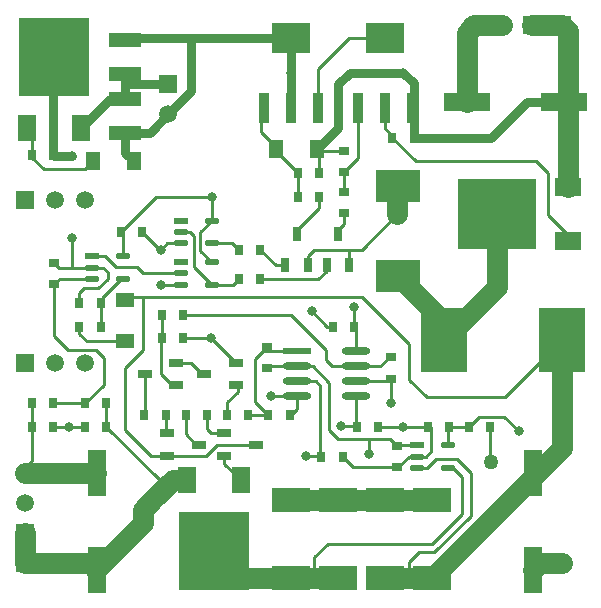
<source format=gtl>
%FSTAX24Y24*%
%MOIN*%
G70*
G01*
G75*
G04 Layer_Physical_Order=1*
G04 Layer_Color=255*
%ADD10R,0.0472X0.0256*%
%ADD11R,0.1575X0.0591*%
%ADD12R,0.0591X0.1575*%
%ADD13R,0.0315X0.0374*%
%ADD14R,0.0374X0.0315*%
%ADD15R,0.1063X0.0512*%
%ADD16R,0.1500X0.1100*%
%ADD17R,0.1575X0.2165*%
%ADD18R,0.0374X0.1004*%
%ADD19R,0.1299X0.1004*%
%ADD20R,0.2362X0.2598*%
%ADD21R,0.0591X0.0866*%
%ADD22R,0.1301X0.0801*%
%ADD23R,0.0866X0.0591*%
%ADD24R,0.2598X0.2362*%
%ADD25R,0.0256X0.0472*%
%ADD26O,0.0472X0.0217*%
%ADD27R,0.0472X0.0217*%
G04:AMPARAMS|DCode=28|XSize=21.7mil|YSize=47.2mil|CornerRadius=0mil|HoleSize=0mil|Usage=FLASHONLY|Rotation=90.000|XOffset=0mil|YOffset=0mil|HoleType=Round|Shape=Octagon|*
%AMOCTAGOND28*
4,1,8,-0.0236,-0.0054,-0.0236,0.0054,-0.0182,0.0108,0.0182,0.0108,0.0236,0.0054,0.0236,-0.0054,0.0182,-0.0108,-0.0182,-0.0108,-0.0236,-0.0054,0.0*
%
%ADD28OCTAGOND28*%

%ADD29O,0.0945X0.0236*%
%ADD30R,0.0945X0.0236*%
%ADD31R,0.0492X0.0630*%
%ADD32R,0.0630X0.0492*%
%ADD33C,0.0100*%
%ADD34C,0.0709*%
%ADD35C,0.0300*%
%ADD36R,0.0591X0.0591*%
%ADD37C,0.0591*%
%ADD38R,0.0591X0.0591*%
%ADD39C,0.0320*%
%ADD40C,0.0500*%
D10*
X030432Y02343D02*
D03*
X029388Y023804D02*
D03*
Y023056D02*
D03*
X028532Y02343D02*
D03*
X027488Y023804D02*
D03*
Y023056D02*
D03*
X026746Y025787D02*
D03*
X027791Y025413D02*
D03*
Y026161D02*
D03*
X028714Y025787D02*
D03*
X029759Y025413D02*
D03*
Y026161D02*
D03*
D11*
X040693Y034843D02*
D03*
X037465D02*
D03*
D12*
X03967Y02248D02*
D03*
Y019252D02*
D03*
X025143D02*
D03*
Y02248D02*
D03*
D13*
X036874Y024016D02*
D03*
X036166D02*
D03*
X038252D02*
D03*
X037544D02*
D03*
X02593Y030512D02*
D03*
X026638D02*
D03*
X033725Y027362D02*
D03*
X033016D02*
D03*
X032622Y023031D02*
D03*
X033331D02*
D03*
X033804Y024016D02*
D03*
X034512D02*
D03*
X034985Y033661D02*
D03*
X035693D02*
D03*
X025457Y024016D02*
D03*
X024748D02*
D03*
X023685D02*
D03*
X022977D02*
D03*
X028095Y024409D02*
D03*
X028804D02*
D03*
X024552Y027362D02*
D03*
X02526D02*
D03*
X031835Y031693D02*
D03*
X032544D02*
D03*
X026717Y024409D02*
D03*
X027426D02*
D03*
X02526Y02815D02*
D03*
X024552D02*
D03*
X030575Y028937D02*
D03*
X029867D02*
D03*
X030575Y029921D02*
D03*
X029867D02*
D03*
X028016Y027756D02*
D03*
X027307D02*
D03*
X027307Y026969D02*
D03*
X028016D02*
D03*
X029473Y024409D02*
D03*
X030182D02*
D03*
X030851D02*
D03*
X031559D02*
D03*
X023685Y033071D02*
D03*
X022977D02*
D03*
X031835Y03248D02*
D03*
X032544D02*
D03*
X023685Y024803D02*
D03*
X022977D02*
D03*
X025457D02*
D03*
X024748D02*
D03*
D14*
X023725Y02878D02*
D03*
Y029488D02*
D03*
X03082Y025976D02*
D03*
Y026684D02*
D03*
X034945Y02563D02*
D03*
Y026339D02*
D03*
X03337Y03252D02*
D03*
Y033228D02*
D03*
Y03185D02*
D03*
Y031142D02*
D03*
X035142Y023386D02*
D03*
Y022677D02*
D03*
D15*
X026087Y033821D02*
D03*
Y034963D02*
D03*
Y036931D02*
D03*
Y035789D02*
D03*
D16*
X035172Y032052D02*
D03*
Y029052D02*
D03*
D17*
X040654Y026911D02*
D03*
X036717D02*
D03*
D18*
X033843Y034656D02*
D03*
X034748D02*
D03*
X035654D02*
D03*
X030693D02*
D03*
X031599D02*
D03*
X032504D02*
D03*
D19*
X034748Y036998D02*
D03*
X031599D02*
D03*
D20*
X02904Y019882D02*
D03*
X023725Y03636D02*
D03*
D21*
X02814Y022244D02*
D03*
X02994D02*
D03*
X024625Y033998D02*
D03*
X022825D02*
D03*
D22*
X036323Y018976D02*
D03*
Y021576D02*
D03*
X031599D02*
D03*
Y018976D02*
D03*
X034748D02*
D03*
Y021576D02*
D03*
X033174D02*
D03*
Y018976D02*
D03*
D23*
X040851Y030202D02*
D03*
Y032002D02*
D03*
D24*
X038489Y031102D02*
D03*
D25*
X033174Y030444D02*
D03*
X0328Y029399D02*
D03*
X033548D02*
D03*
X031796Y030444D02*
D03*
X031422Y029399D02*
D03*
X03217D02*
D03*
D26*
X035801Y022657D02*
D03*
Y023031D02*
D03*
X036835Y022657D02*
D03*
Y023406D02*
D03*
X024974Y028957D02*
D03*
Y029331D02*
D03*
X026008Y028957D02*
D03*
Y029705D02*
D03*
D27*
X035801Y023406D02*
D03*
X027927Y030886D02*
D03*
Y029508D02*
D03*
X024974Y029705D02*
D03*
D28*
X028961Y030886D02*
D03*
Y030138D02*
D03*
X027927Y030512D02*
D03*
Y030138D02*
D03*
X028961Y029508D02*
D03*
Y02876D02*
D03*
X027927Y029134D02*
D03*
Y02876D02*
D03*
D29*
X033764Y025037D02*
D03*
Y025537D02*
D03*
Y026037D02*
D03*
Y026537D02*
D03*
X031796Y025037D02*
D03*
Y025537D02*
D03*
Y026037D02*
D03*
D30*
Y026537D02*
D03*
D31*
X031117Y033268D02*
D03*
X032475D02*
D03*
X026372Y032874D02*
D03*
X025014D02*
D03*
D32*
X026087Y02688D02*
D03*
Y028238D02*
D03*
D33*
X034552Y018976D02*
X034748D01*
X026746Y024438D02*
Y025787D01*
X026717Y024409D02*
X026746Y024438D01*
X031796Y025537D02*
X032439D01*
X032583Y025394D01*
X031796Y026037D02*
X032333D01*
X034906Y023622D02*
X035142Y023386D01*
X030825Y026037D02*
X031796D01*
X027268Y026929D02*
X027307Y026969D01*
X028016D02*
X028952D01*
X029759Y026161D01*
X027307Y026969D02*
Y027756D01*
Y026969D02*
X027307Y026969D01*
X033764Y025537D02*
X034853D01*
X034945Y02563D01*
Y024803D02*
Y02563D01*
X027642Y025413D02*
X027791D01*
X027268Y025787D02*
Y026929D01*
Y025787D02*
X027642Y025413D01*
X034748Y033966D02*
Y034656D01*
X032504D02*
Y035945D01*
X033557Y036998D01*
X034748D01*
X032544Y03248D02*
Y033199D01*
X031117Y033199D02*
X031835Y03248D01*
X031117Y033199D02*
Y033268D01*
Y033356D01*
X030615Y033858D02*
X031117Y033356D01*
X030615Y033858D02*
Y034577D01*
X030693Y034656D01*
X033843Y032992D02*
Y034656D01*
X03337Y03252D02*
X033843Y032992D01*
X032475Y033268D02*
X032514Y033228D01*
X032544Y033199D01*
X032514Y033228D02*
X03337D01*
X022977Y033071D02*
Y033846D01*
X022825Y033998D02*
X022977Y033846D01*
X031835Y031693D02*
Y03248D01*
X03337Y03185D02*
Y03252D01*
X031098Y029399D02*
X031422D01*
X030575Y029921D02*
X031098Y029399D01*
X03217D02*
Y029705D01*
X032386Y029921D01*
X033961D01*
X028961Y02876D02*
X029689D01*
X029867Y028937D01*
X028961Y030138D02*
X02965D01*
X029867Y029921D01*
X027485Y030138D02*
X027927D01*
X027268Y029921D02*
X027485Y030138D01*
X028575Y0305D02*
X028961Y030886D01*
X028575Y029894D02*
X028961Y029508D01*
X028575Y029894D02*
Y0305D01*
X028375Y029346D02*
X028961Y02876D01*
X027268Y02874D02*
X027288Y02876D01*
X027927D01*
X038743Y025D02*
X040654Y026911D01*
X036126Y025D02*
X038743D01*
X035536Y025591D02*
X036126Y025D01*
X035536Y025591D02*
Y026772D01*
X025949Y028957D02*
X026008D01*
X0253Y028307D02*
X025949Y028957D01*
X023902Y028957D02*
X024974D01*
X023725Y02878D02*
X023902Y028957D01*
X023725Y029488D02*
X023882Y029331D01*
X024552Y027126D02*
Y027362D01*
Y027126D02*
X024798Y02688D01*
X026087D01*
X02526Y027362D02*
Y02815D01*
Y027362D02*
X02526Y027362D01*
X026008Y029705D02*
Y030433D01*
X02593Y030512D02*
X026008Y030433D01*
X027229Y029921D02*
X027268D01*
X026638Y030512D02*
X027229Y029921D01*
X033725Y027362D02*
X033764Y027323D01*
X035536Y023031D02*
X035801D01*
X035181Y022677D02*
X035536Y023031D01*
X035142Y022677D02*
X035181D01*
X035162Y023406D02*
X035801D01*
X035142Y023386D02*
X035162Y023406D01*
X036835Y023406D02*
Y023898D01*
X022544Y022638D02*
X022561Y02262D01*
X027927Y030512D02*
X028252D01*
X028375Y030389D01*
Y029346D02*
Y030389D01*
X026638Y030512D02*
X026678Y030551D01*
X033764Y026537D02*
Y027323D01*
X036874Y024016D02*
X036953D01*
X037544D01*
X038252Y022874D02*
Y024016D01*
Y022874D02*
X038292Y022835D01*
X025457Y024016D02*
Y024803D01*
X022741Y022638D02*
X022977Y022874D01*
Y024016D01*
Y024803D01*
X023685D02*
X024748D01*
X023882Y029331D02*
X024315D01*
X024974D01*
X024315D02*
Y030315D01*
X033331Y023031D02*
X033685Y022677D01*
X035142D01*
X029759Y025413D02*
X029768D01*
X029759Y026126D02*
Y026161D01*
X026087Y025984D02*
X026678Y026575D01*
X026087Y023907D02*
Y025984D01*
X026678Y026575D02*
Y028346D01*
X029473Y024409D02*
Y024843D01*
X029827Y025197D01*
Y025345D01*
X029759Y025413D02*
X029827Y025345D01*
X030182Y024409D02*
X030851D01*
X031559D02*
X0316D01*
X031796Y024605D02*
Y025037D01*
X0316Y024409D02*
X031796Y024605D01*
X040693Y035573D02*
X040851Y035415D01*
X034985Y033661D02*
X035772Y032874D01*
X035654Y033701D02*
Y034656D01*
Y033701D02*
X035693Y033661D01*
X031402Y021576D02*
X031599D01*
X035801Y023031D02*
X036105D01*
X036284Y02321D01*
X035801Y022657D02*
X036157D01*
X03644Y02294D01*
X036835Y022657D02*
X036993D01*
X03239Y018976D02*
Y01967D01*
X028843Y019825D02*
X029692Y018976D01*
X03555D02*
Y01952D01*
X03588Y01985D01*
X03639D01*
X03239Y01967D02*
X03283Y02011D01*
X0363D01*
X03644Y02294D02*
X03713D01*
X026087Y023907D02*
X026938Y023056D01*
X033961Y029921D02*
X035142Y031102D01*
X033548Y029399D02*
Y02988D01*
X030575Y028937D02*
X032507D01*
X0328Y02923D01*
Y029399D01*
X027791Y026161D02*
X028259D01*
X028633Y025787D01*
X028714D01*
X029145Y02343D02*
X030432D01*
X027488Y023056D02*
X028771D01*
X029145Y02343D01*
X028804Y023956D02*
X028956Y023804D01*
X028804Y023956D02*
Y024409D01*
X028956Y023804D02*
X029388D01*
Y022796D02*
Y023056D01*
Y022796D02*
X02994Y022244D01*
X027426Y023866D02*
X027488Y023804D01*
X027426Y023866D02*
Y024409D01*
X030415Y024846D02*
Y026279D01*
Y024846D02*
X030851Y024409D01*
X030415Y026279D02*
X030673Y026537D01*
X03082Y026684D01*
X030673Y026537D02*
X031796D01*
X030983Y025037D02*
X031796D01*
X03093Y02504D02*
Y02509D01*
X024974Y029331D02*
X025356D01*
X025496Y02919D01*
Y028956D02*
Y02919D01*
X024552Y02815D02*
Y028482D01*
X02471Y02864D01*
X02518D01*
X025496Y028956D01*
X026195Y028346D02*
X026678D01*
X026087Y028238D02*
X026195Y028346D01*
X026686Y029134D02*
X027927D01*
X024974Y029705D02*
X025395D01*
X02576Y02934D01*
X02648D01*
X026686Y029134D01*
X026678Y028346D02*
X033961D01*
X035536Y026772D01*
X026938Y023056D02*
X027488D01*
X028961Y030886D02*
Y031689D01*
X02593Y030512D02*
X027108Y03169D01*
X02896D01*
X033725Y027362D02*
Y028005D01*
X03372Y02801D02*
X033725Y028005D01*
X028016Y027756D02*
X031614D01*
X03278Y02659D01*
X032818Y027362D02*
X033016D01*
X03231Y02787D02*
X032818Y027362D01*
X034512Y024016D02*
X03535D01*
X036166D01*
X037544D02*
X037881Y024353D01*
X038717D01*
X0392Y02387D01*
X036835Y023898D02*
X036953Y024016D01*
X04018Y03107D02*
X040851Y030399D01*
X035772Y032874D02*
X039786D01*
X04018Y03248D01*
Y03107D02*
Y03248D01*
X034985Y033661D02*
Y03373D01*
X034748Y033966D02*
X034985Y03373D01*
X03289Y023906D02*
X033174Y023622D01*
X03289Y023906D02*
Y02548D01*
X032333Y026037D02*
X03289Y02548D01*
X03211Y02305D02*
X032565D01*
X032583Y023031D01*
X033769Y02405D02*
X033804Y024016D01*
X03326Y02405D02*
X033764D01*
X033769D01*
X033764D02*
Y025037D01*
X03421Y02311D02*
X03422D01*
X033174Y023622D02*
X03422D01*
X034906D01*
X03422Y02312D02*
Y023622D01*
X023725Y027045D02*
Y02878D01*
Y027045D02*
X024175Y026595D01*
X025095D01*
X02536Y02633D01*
Y025415D02*
Y02633D01*
X024748Y024803D02*
X02536Y025415D01*
X023685Y024016D02*
X024748D01*
X03421Y02311D02*
X03422Y02312D01*
X022544Y022638D02*
X022741D01*
X03093Y02509D02*
X030983Y025037D01*
X036284Y02321D02*
Y024016D01*
X03278Y02624D02*
Y02659D01*
Y02624D02*
X032983Y026037D01*
X033764D01*
X034587D01*
X034838Y026288D01*
X033174Y030444D02*
Y030574D01*
X03337Y03077D01*
Y031142D01*
X031796Y030444D02*
Y030566D01*
X032544Y031314D01*
Y031693D01*
X025457Y024016D02*
X027226Y022246D01*
X032583Y023031D02*
Y025394D01*
X028095Y023785D02*
Y024409D01*
Y023785D02*
X02845Y02343D01*
X028532D01*
X022977Y032983D02*
Y033071D01*
Y032983D02*
X02336Y0326D01*
X02474D01*
X025014Y032874D01*
X03639Y01985D02*
X0376Y02106D01*
Y02247D01*
X03713Y02294D02*
X0376Y02247D01*
X0363Y02011D02*
X0373Y02111D01*
Y02235D01*
X036993Y022657D02*
X0373Y02235D01*
D34*
X039654Y037402D02*
X040654D01*
X040851Y035415D02*
Y037205D01*
X040654Y037402D02*
X040851Y037205D01*
X039906Y019488D02*
X040654D01*
X03967Y019252D02*
X039906Y019488D01*
X036717Y026911D02*
X038489Y028683D01*
Y031102D01*
X036717Y026911D02*
Y027507D01*
X035172Y029052D02*
X036717Y027507D01*
X035142Y031102D02*
Y032022D01*
X035172Y032052D01*
X022741Y019488D02*
Y020488D01*
Y019488D02*
X02507D01*
X025103Y019252D02*
X026678Y020827D01*
Y02126D01*
X027662Y022244D02*
X02806D01*
X02904Y019882D02*
X029946Y018976D01*
X031599D01*
Y021576D02*
X033174D01*
X034748D01*
X036323D01*
X031599Y018976D02*
X03239D01*
X033174D01*
X034748D02*
X03555D01*
X036323D01*
X040654Y023306D02*
Y026911D01*
X022741Y022488D02*
X025095D01*
X025103Y02248D01*
X036323Y018976D02*
X040654Y023306D01*
X040851Y032002D02*
Y035415D01*
X026678Y02126D02*
X027019Y021601D01*
X027662Y022244D01*
X037465Y034843D02*
Y037155D01*
X037712Y037402D01*
X038654D01*
D35*
X039473Y034843D02*
X040693D01*
X038292Y033661D02*
X039473Y034843D01*
X035693Y033661D02*
X038292D01*
X035339Y035827D02*
X035693Y035472D01*
X033567Y035827D02*
X035339D01*
X033174Y035433D02*
X033567Y035827D01*
X033174Y033967D02*
Y035433D01*
X032475Y033268D02*
X033174Y033967D01*
X023716Y03304D02*
X02431D01*
X023685Y033071D02*
X023716Y03304D01*
X023685Y033071D02*
Y036321D01*
X023725Y03636D01*
X035693Y033661D02*
Y035472D01*
X026087Y036931D02*
X026154Y036998D01*
X031599Y034656D02*
Y03581D01*
Y036998D01*
X026901Y033821D02*
X02752Y03444D01*
X026087Y033821D02*
X026901D01*
X02752Y03444D02*
X02829Y03521D01*
X026154Y036998D02*
X02829D01*
X031599D01*
X02829Y03521D02*
Y036998D01*
X026087Y033159D02*
Y033821D01*
Y033159D02*
X026372Y032874D01*
X024625Y033998D02*
X025589Y034963D01*
X026087D01*
Y0355D01*
Y035789D01*
Y0355D02*
X026147Y03544D01*
X02752D01*
D36*
X040654Y037402D02*
D03*
X039654D02*
D03*
X02274Y03159D02*
D03*
X02275Y02615D02*
D03*
D37*
X038654Y037402D02*
D03*
X037654D02*
D03*
X022741Y022488D02*
D03*
Y021488D02*
D03*
X02752Y03444D02*
D03*
X02374Y03159D02*
D03*
X02474D02*
D03*
X02475Y02615D02*
D03*
X02375D02*
D03*
D38*
X022741Y020488D02*
D03*
Y019488D02*
D03*
X02752Y03544D02*
D03*
D39*
X034945Y024803D02*
D03*
X027268Y029921D02*
D03*
Y02874D02*
D03*
X03231Y02787D02*
D03*
X03535Y024016D02*
D03*
X02422Y02402D02*
D03*
X024315Y030315D02*
D03*
X035339Y035827D02*
D03*
X02431Y03304D02*
D03*
X031599Y03581D02*
D03*
X03093Y02504D02*
D03*
X028952Y026969D02*
D03*
X02896Y03169D02*
D03*
X03372Y02801D02*
D03*
X0392Y02387D02*
D03*
X03211Y02305D02*
D03*
X03326Y02405D02*
D03*
X03422Y02311D02*
D03*
D40*
X035142Y031102D02*
D03*
X038292Y022835D02*
D03*
X040654Y019488D02*
D03*
M02*

</source>
